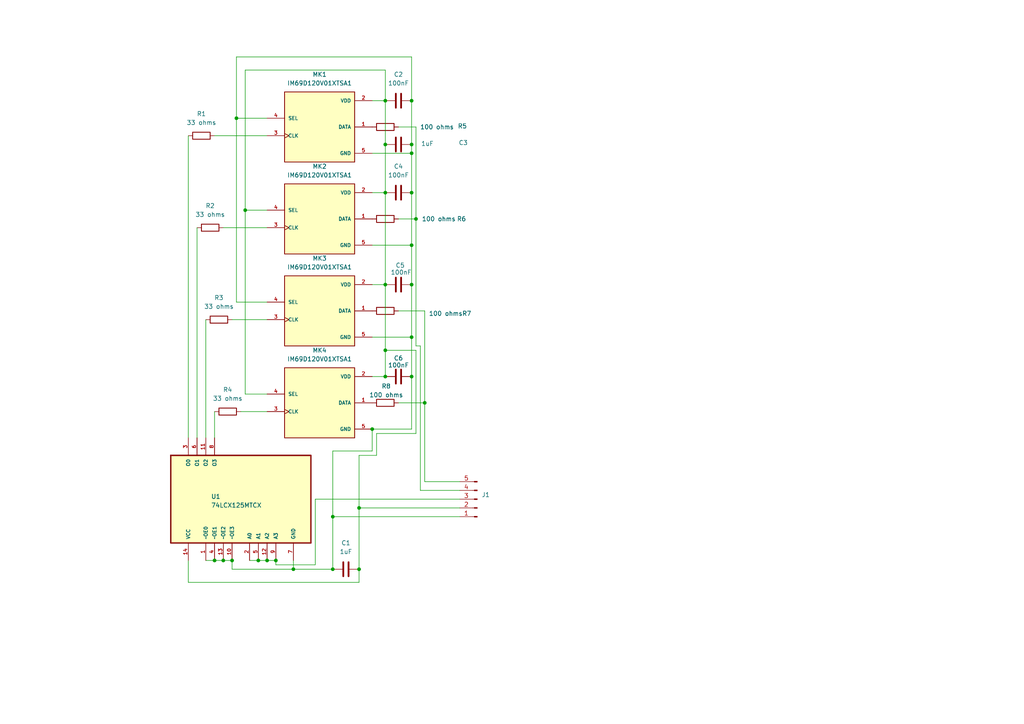
<source format=kicad_sch>
(kicad_sch (version 20231120) (generator "eeschema") (generator_version "8.0")
  (paper "A4")
  (lib_symbols
    (symbol "74LCX125MTCX:74LCX125MTCX" (pin_names (offset 1.016))
      (property "Reference" "U" (at -5.5915 20.4596 0))
      (property "Value" "74LCX125MTCX" (at -4.8007 -27.1786 0))
      (symbol "74LCX125MTCX_0_0"
        (rectangle (start -12.7 -22.86) (end 12.7 17.78) (stroke (width 0.4064)) (fill (type background)))
        (pin input line (at -17.78 7.62 0) (length 5.08) (name "~OE0") (number "1"))
        (pin input line (at -17.78 0 0) (length 5.08) (name "~OE3") (number "10"))
        (pin output line (at 17.78 7.62 180) (length 5.08) (name "O2") (number "11"))
        (pin input line (at -17.78 -10.16 0) (length 5.08) (name "A2") (number "12"))
        (pin input line (at -17.78 2.54 0) (length 5.08) (name "~OE2") (number "13"))
        (pin power_in line (at -17.78 12.7 0) (length 5.08) (name "VCC") (number "14"))
        (pin input line (at -17.78 -5.08 0) (length 5.08) (name "A0") (number "2"))
        (pin output line (at 17.78 12.7 180) (length 5.08) (name "O0") (number "3"))
        (pin input line (at -17.78 5.08 0) (length 5.08) (name "~OE1") (number "4"))
        (pin input line (at -17.78 -7.62 0) (length 5.08) (name "A1") (number "5"))
        (pin output line (at 17.78 10.16 180) (length 5.08) (name "O1") (number "6"))
        (pin passive line (at -17.78 -17.78 0) (length 5.08) (name "GND") (number "7"))
        (pin output line (at 17.78 5.08 180) (length 5.08) (name "O3") (number "8"))
        (pin input line (at -17.78 -12.7 0) (length 5.08) (name "A3") (number "9"))
      )
    )
    (symbol "Connector:Conn_01x05_Pin" (pin_names (offset 1.016) hide)
      (property "Reference" "J" (at 0 7.62 0))
      (property "Value" "Conn_01x05_Pin" (at 0 -7.62 0))
      (symbol "Conn_01x05_Pin_1_1"
        (polyline (pts (xy 1.27 -5.08) (xy 0.8636 -5.08)) (stroke (width 0.1524)))
        (polyline (pts (xy 1.27 -2.54) (xy 0.8636 -2.54)) (stroke (width 0.1524)))
        (polyline (pts (xy 1.27 0) (xy 0.8636 0)) (stroke (width 0.1524)))
        (polyline (pts (xy 1.27 2.54) (xy 0.8636 2.54)) (stroke (width 0.1524)))
        (polyline (pts (xy 1.27 5.08) (xy 0.8636 5.08)) (stroke (width 0.1524)))
        (rectangle (start 0.8636 -4.953) (end 0 -5.207) (stroke (width 0.1524)) (fill (type outline)))
        (rectangle (start 0.8636 -2.413) (end 0 -2.667) (stroke (width 0.1524)) (fill (type outline)))
        (rectangle (start 0.8636 0.127) (end 0 -0.127) (stroke (width 0.1524)) (fill (type outline)))
        (rectangle (start 0.8636 2.667) (end 0 2.413) (stroke (width 0.1524)) (fill (type outline)))
        (rectangle (start 0.8636 5.207) (end 0 4.953) (stroke (width 0.1524)) (fill (type outline)))
        (pin passive line (at 5.08 5.08 180) (length 3.81) (name "Pin_1") (number "1"))
        (pin passive line (at 5.08 2.54 180) (length 3.81) (name "Pin_2") (number "2"))
        (pin passive line (at 5.08 0 180) (length 3.81) (name "Pin_3") (number "3"))
        (pin passive line (at 5.08 -2.54 180) (length 3.81) (name "Pin_4") (number "4"))
        (pin passive line (at 5.08 -5.08 180) (length 3.81) (name "Pin_5") (number "5"))
      )
    )
    (symbol "Device:C" (pin_numbers hide) (pin_names (offset 0.254))
      (property "Reference" "C" (at 0.635 2.54 0))
      (property "Value" "C" (at 0.635 -2.54 0))
      (symbol "C_0_1"
        (polyline (pts (xy -2.032 -0.762) (xy 2.032 -0.762)) (stroke (width 0.508)))
        (polyline (pts (xy -2.032 0.762) (xy 2.032 0.762)) (stroke (width 0.508)))
      )
      (symbol "C_1_1"
        (pin passive line (at 0 3.81 270) (length 2.794) (name "~") (number "1"))
        (pin passive line (at 0 -3.81 90) (length 2.794) (name "~") (number "2"))
      )
    )
    (symbol "Device:R" (pin_numbers hide) (pin_names (offset 0))
      (property "Reference" "R" (at 2.032 0 90))
      (property "Value" "R" (at 0 0 90))
      (symbol "R_0_1"
        (rectangle (start -1.016 -2.54) (end 1.016 2.54) (stroke (width 0.254)))
      )
      (symbol "R_1_1"
        (pin passive line (at 0 3.81 270) (length 1.27) (name "~") (number "1"))
        (pin passive line (at 0 -3.81 90) (length 1.27) (name "~") (number "2"))
      )
    )
    (symbol "IM69D120V01XTSA1:IM69D120V01XTSA1" (pin_names (offset 1.016))
      (property "Reference" "MK" (at -10.16 10.795 0))
      (property "Value" "IM69D120V01XTSA1" (at -10.16 -12.7 0))
      (symbol "IM69D120V01XTSA1_0_0"
        (rectangle (start -10.16 -10.16) (end 10.16 10.16) (stroke (width 0.254)) (fill (type background)))
        (pin output line (at 15.24 0 180) (length 5.08) (name "DATA") (number "1"))
        (pin power_in line (at 15.24 7.62 180) (length 5.08) (name "VDD") (number "2"))
        (pin input clock (at -15.24 -2.54 0) (length 5.08) (name "CLK") (number "3"))
        (pin input line (at -15.24 2.54 0) (length 5.08) (name "SEL") (number "4"))
        (pin power_in line (at 15.24 -7.62 180) (length 5.08) (name "GND") (number "5"))
      )
    )
  )
  (junction (at 68.58 34.29))
  (junction (at 119.38 41.91))
  (junction (at 85.09 165.1))
  (junction (at 67.31 162.56))
  (junction (at 111.76 109.22))
  (junction (at 74.93 162.56))
  (junction (at 119.38 44.45))
  (junction (at 104.14 165.1))
  (junction (at 96.52 149.86))
  (junction (at 107.95 124.46))
  (junction (at 119.38 109.22))
  (junction (at 123.19 116.84))
  (junction (at 62.23 162.56))
  (junction (at 111.76 101.6))
  (junction (at 96.52 165.1))
  (junction (at 120.65 63.5))
  (junction (at 77.47 162.56))
  (junction (at 111.76 82.55))
  (junction (at 119.38 71.12))
  (junction (at 119.38 82.55))
  (junction (at 111.76 41.91))
  (junction (at 119.38 97.79))
  (junction (at 71.12 60.96))
  (junction (at 119.38 29.21))
  (junction (at 80.01 162.56))
  (junction (at 64.77 162.56))
  (junction (at 111.76 29.21))
  (junction (at 104.14 147.32))
  (junction (at 119.38 55.88))
  (junction (at 111.76 55.88))
  (wire (pts (xy 104.14 147.32) (xy 104.14 165.1)))
  (wire (pts (xy 111.76 101.6) (xy 111.76 109.22)))
  (wire (pts (xy 111.76 41.91) (xy 111.76 55.88)))
  (wire (pts (xy 96.52 130.81) (xy 107.95 130.81)))
  (wire (pts (xy 123.19 139.7) (xy 133.35 139.7)))
  (wire (pts (xy 104.14 165.1) (xy 104.14 168.91)))
  (wire (pts (xy 119.38 109.22) (xy 119.38 124.46)))
  (wire (pts (xy 123.19 90.17) (xy 115.57 90.17)))
  (wire (pts (xy 54.61 127) (xy 54.61 39.37)))
  (wire (pts (xy 109.22 125.73) (xy 109.22 132.08)))
  (wire (pts (xy 69.85 119.38) (xy 77.47 119.38)))
  (wire (pts (xy 64.77 66.04) (xy 77.47 66.04)))
  (wire (pts (xy 104.14 147.32) (xy 133.35 147.32)))
  (wire (pts (xy 62.23 39.37) (xy 77.47 39.37)))
  (wire (pts (xy 133.35 144.78) (xy 91.44 144.78)))
  (wire (pts (xy 68.58 16.51) (xy 119.38 16.51)))
  (wire (pts (xy 96.52 165.1) (xy 85.09 165.1)))
  (wire (pts (xy 111.76 20.32) (xy 111.76 29.21)))
  (wire (pts (xy 71.12 114.3) (xy 77.47 114.3)))
  (wire (pts (xy 59.69 127) (xy 59.69 92.71)))
  (wire (pts (xy 120.65 36.83) (xy 115.57 36.83)))
  (wire (pts (xy 119.38 29.21) (xy 119.38 41.91)))
  (wire (pts (xy 67.31 165.1) (xy 67.31 162.56)))
  (wire (pts (xy 120.65 100.33) (xy 121.92 100.33)))
  (wire (pts (xy 119.38 16.51) (xy 119.38 29.21)))
  (wire (pts (xy 111.76 29.21) (xy 111.76 41.91)))
  (wire (pts (xy 107.95 97.79) (xy 119.38 97.79)))
  (wire (pts (xy 119.38 97.79) (xy 119.38 109.22)))
  (wire (pts (xy 107.95 44.45) (xy 119.38 44.45)))
  (wire (pts (xy 72.39 162.56) (xy 74.93 162.56)))
  (wire (pts (xy 107.95 55.88) (xy 111.76 55.88)))
  (wire (pts (xy 77.47 162.56) (xy 80.01 162.56)))
  (wire (pts (xy 133.35 149.86) (xy 96.52 149.86)))
  (wire (pts (xy 77.47 60.96) (xy 71.12 60.96)))
  (wire (pts (xy 120.65 36.83) (xy 120.65 63.5)))
  (wire (pts (xy 111.76 101.6) (xy 120.65 101.6)))
  (wire (pts (xy 71.12 60.96) (xy 71.12 20.32)))
  (wire (pts (xy 123.19 90.17) (xy 123.19 116.84)))
  (wire (pts (xy 71.12 20.32) (xy 111.76 20.32)))
  (wire (pts (xy 62.23 119.38) (xy 62.23 127)))
  (wire (pts (xy 120.65 63.5) (xy 115.57 63.5)))
  (wire (pts (xy 91.44 163.83) (xy 80.01 163.83)))
  (wire (pts (xy 68.58 87.63) (xy 77.47 87.63)))
  (wire (pts (xy 104.14 168.91) (xy 54.61 168.91)))
  (wire (pts (xy 64.77 162.56) (xy 67.31 162.56)))
  (wire (pts (xy 120.65 101.6) (xy 120.65 125.73)))
  (wire (pts (xy 85.09 162.56) (xy 85.09 165.1)))
  (wire (pts (xy 119.38 71.12) (xy 119.38 82.55)))
  (wire (pts (xy 80.01 163.83) (xy 80.01 162.56)))
  (wire (pts (xy 120.65 63.5) (xy 120.65 100.33)))
  (wire (pts (xy 104.14 132.08) (xy 104.14 147.32)))
  (wire (pts (xy 123.19 116.84) (xy 123.19 139.7)))
  (wire (pts (xy 59.69 162.56) (xy 62.23 162.56)))
  (wire (pts (xy 111.76 55.88) (xy 111.76 82.55)))
  (wire (pts (xy 77.47 34.29) (xy 68.58 34.29)))
  (wire (pts (xy 85.09 165.1) (xy 67.31 165.1)))
  (wire (pts (xy 121.92 142.24) (xy 133.35 142.24)))
  (wire (pts (xy 111.76 82.55) (xy 111.76 101.6)))
  (wire (pts (xy 104.14 132.08) (xy 109.22 132.08)))
  (wire (pts (xy 54.61 168.91) (xy 54.61 162.56)))
  (wire (pts (xy 62.23 162.56) (xy 64.77 162.56)))
  (wire (pts (xy 119.38 124.46) (xy 107.95 124.46)))
  (wire (pts (xy 68.58 34.29) (xy 68.58 87.63)))
  (wire (pts (xy 107.95 71.12) (xy 119.38 71.12)))
  (wire (pts (xy 96.52 149.86) (xy 96.52 165.1)))
  (wire (pts (xy 119.38 82.55) (xy 119.38 97.79)))
  (wire (pts (xy 119.38 41.91) (xy 119.38 44.45)))
  (wire (pts (xy 96.52 130.81) (xy 96.52 149.86)))
  (wire (pts (xy 74.93 162.56) (xy 77.47 162.56)))
  (wire (pts (xy 121.92 100.33) (xy 121.92 142.24)))
  (wire (pts (xy 107.95 109.22) (xy 111.76 109.22)))
  (wire (pts (xy 107.95 130.81) (xy 107.95 124.46)))
  (wire (pts (xy 57.15 127) (xy 57.15 66.04)))
  (wire (pts (xy 107.95 29.21) (xy 111.76 29.21)))
  (wire (pts (xy 115.57 116.84) (xy 123.19 116.84)))
  (wire (pts (xy 119.38 44.45) (xy 119.38 55.88)))
  (wire (pts (xy 91.44 144.78) (xy 91.44 163.83)))
  (wire (pts (xy 107.95 82.55) (xy 111.76 82.55)))
  (wire (pts (xy 120.65 125.73) (xy 109.22 125.73)))
  (wire (pts (xy 119.38 55.88) (xy 119.38 71.12)))
  (wire (pts (xy 71.12 60.96) (xy 71.12 114.3)))
  (wire (pts (xy 68.58 16.51) (xy 68.58 34.29)))
  (wire (pts (xy 67.31 92.71) (xy 77.47 92.71)))
  (symbol (lib_id "Device:R") (at 111.76 63.5 90) (unit 1)
    (property "Reference" "R6" (at 133.858 63.5 90))
    (property "Value" "100 ohms" (at 127.254 63.5 90))
    (property "Footprint" "Resistor_SMD:R_0603_1608Metric" (effects (hide yes)))
  )
  (symbol (lib_id "Device:C") (at 115.57 109.22 90) (unit 1)
    (property "Reference" "C6" (at 115.57 103.886 90))
    (property "Value" "100nF" (at 115.57 105.918 90))
    (property "Footprint" "Capacitor_SMD:C_0402_1005Metric" (effects (hide yes)))
  )
  (symbol (lib_id "Device:C") (at 115.57 82.55 90) (unit 1)
    (property "Reference" "C5" (at 116.078 76.962 90))
    (property "Value" "100nF" (at 116.332 78.994 90))
    (property "Footprint" "Capacitor_SMD:C_0402_1005Metric" (effects (hide yes)))
  )
  (symbol (lib_id "Device:C") (at 115.57 55.88 90) (unit 1)
    (property "Reference" "C4" (at 115.57 48.26 90))
    (property "Value" "100nF" (at 115.57 50.8 90))
    (property "Footprint" "Capacitor_SMD:C_0402_1005Metric" (effects (hide yes)))
  )
  (symbol (lib_id "Device:R") (at 63.5 92.71 90) (unit 1)
    (property "Reference" "R3" (at 63.5 86.36 90))
    (property "Value" "33 ohms" (at 63.5 88.9 90))
    (property "Footprint" "Resistor_SMD:R_0603_1608Metric" (effects (hide yes)))
  )
  (symbol (lib_id "74LCX125MTCX:74LCX125MTCX") (at 67.31 144.78 90) (unit 1)
    (property "Reference" "U1" (at 61.214 144.018 90) (effects (justify right)))
    (property "Value" "74LCX125MTCX" (at 61.214 146.558 90) (effects (justify right)))
    (property "Footprint" "74LCX125MTCX:SOP65P640X120-14N" (effects (hide yes)))
    (property "MPN" "74LCX125MTCX" (effects (hide yes)))
    (property "OC_FARNELL" "1467296" (effects (hide yes)))
    (property "OC_NEWARK" "38C7835" (effects (hide yes)))
    (property "SUPPLIER" "FAIRCHILD" (effects (hide yes)))
    (property "PACKAGE" "TSSOP-14" (effects (hide yes)))
  )
  (symbol (lib_id "Device:C") (at 115.57 29.21 90) (unit 1)
    (property "Reference" "C2" (at 115.57 21.59 90))
    (property "Value" "100nF" (at 115.57 24.13 90))
    (property "Footprint" "Capacitor_SMD:C_0402_1005Metric" (effects (hide yes)))
  )
  (symbol (lib_id "Device:R") (at 111.76 116.84 90) (unit 1)
    (property "Reference" "R8" (at 112.014 112.014 90))
    (property "Value" "100 ohms" (at 112.014 114.554 90))
    (property "Footprint" "Resistor_SMD:R_0603_1608Metric" (effects (hide yes)))
  )
  (symbol (lib_id "IM69D120V01XTSA1:IM69D120V01XTSA1") (at 92.71 90.17 0) (unit 1)
    (property "Reference" "MK3" (at 92.71 74.93 0))
    (property "Value" "IM69D120V01XTSA1" (at 92.71 77.47 0))
    (property "Footprint" "IM69D120V01XTSA1:XDCR_IM69D120V01XTSA1" (effects (hide yes)))
    (property "PARTREV" "1.0" (effects (hide yes)))
    (property "STANDARD" "Manufacturer Recommendations" (effects (hide yes)))
    (property "MANUFACTURER" "Infineon" (effects (hide yes)))
  )
  (symbol (lib_id "Device:R") (at 66.04 119.38 90) (unit 1)
    (property "Reference" "R4" (at 66.04 113.03 90))
    (property "Value" "33 ohms" (at 66.04 115.57 90))
    (property "Footprint" "Resistor_SMD:R_0603_1608Metric" (effects (hide yes)))
  )
  (symbol (lib_id "Device:R") (at 58.42 39.37 90) (unit 1)
    (property "Reference" "R1" (at 58.42 33.02 90))
    (property "Value" "33 ohms" (at 58.42 35.56 90))
    (property "Footprint" "Resistor_SMD:R_0603_1608Metric" (effects (hide yes)))
  )
  (symbol (lib_id "Device:C") (at 115.57 41.91 90) (unit 1)
    (property "Reference" "C3" (at 134.366 41.402 90))
    (property "Value" "1uF" (at 123.952 41.656 90))
    (property "Footprint" "Resistor_SMD:R_0603_1608Metric" (effects (hide yes)))
  )
  (symbol (lib_id "IM69D120V01XTSA1:IM69D120V01XTSA1") (at 92.71 63.5 0) (unit 1)
    (property "Reference" "MK2" (at 92.71 48.26 0))
    (property "Value" "IM69D120V01XTSA1" (at 92.71 50.8 0))
    (property "Footprint" "IM69D120V01XTSA1:XDCR_IM69D120V01XTSA1" (effects (hide yes)))
    (property "PARTREV" "1.0" (effects (hide yes)))
    (property "STANDARD" "Manufacturer Recommendations" (effects (hide yes)))
    (property "MANUFACTURER" "Infineon" (effects (hide yes)))
  )
  (symbol (lib_id "Device:R") (at 111.76 36.83 90) (unit 1)
    (property "Reference" "R5" (at 134.112 36.576 90))
    (property "Value" "100 ohms" (at 126.746 36.83 90))
    (property "Footprint" "Resistor_SMD:R_0603_1608Metric" (effects (hide yes)))
  )
  (symbol (lib_id "Device:R") (at 111.76 90.17 90) (unit 1)
    (property "Reference" "R7" (at 135.382 90.932 90))
    (property "Value" "100 ohms" (at 129.286 90.932 90))
    (property "Footprint" "Resistor_SMD:R_0603_1608Metric" (effects (hide yes)))
  )
  (symbol (lib_id "IM69D120V01XTSA1:IM69D120V01XTSA1") (at 92.71 116.84 0) (unit 1)
    (property "Reference" "MK4" (at 92.71 101.6 0))
    (property "Value" "IM69D120V01XTSA1" (at 92.71 104.14 0))
    (property "Footprint" "IM69D120V01XTSA1:XDCR_IM69D120V01XTSA1" (effects (hide yes)))
    (property "PARTREV" "1.0" (effects (hide yes)))
    (property "STANDARD" "Manufacturer Recommendations" (effects (hide yes)))
    (property "MANUFACTURER" "Infineon" (effects (hide yes)))
  )
  (symbol (lib_id "Device:R") (at 60.96 66.04 90) (unit 1)
    (property "Reference" "R2" (at 60.96 59.69 90))
    (property "Value" "33 ohms" (at 60.96 62.23 90))
    (property "Footprint" "Resistor_SMD:R_0603_1608Metric" (effects (hide yes)))
  )
  (symbol (lib_id "Connector:Conn_01x05_Pin") (at 138.43 144.78 180) (unit 1)
    (property "Reference" "J1" (at 139.7 143.5099 0) (effects (justify right)))
    (property "Value" "Conn_01x05_Pin" (effects (hide yes)))
    (property "Footprint" "Connector_JST:JST_XH_B5B-XH-A_1x05_P2.50mm_Vertical" (effects (hide yes)))
    (property "Description" "Generic connector, single row, 01x05, script generated" (effects (hide yes)))
  )
  (symbol (lib_id "IM69D120V01XTSA1:IM69D120V01XTSA1") (at 92.71 36.83 0) (unit 1)
    (property "Reference" "MK1" (at 92.71 21.59 0))
    (property "Value" "IM69D120V01XTSA1" (at 92.71 24.13 0))
    (property "Footprint" "IM69D120V01XTSA1:XDCR_IM69D120V01XTSA1" (effects (hide yes)))
    (property "PARTREV" "1.0" (effects (hide yes)))
    (property "STANDARD" "Manufacturer Recommendations" (effects (hide yes)))
    (property "MANUFACTURER" "Infineon" (effects (hide yes)))
  )
  (symbol (lib_id "Device:C") (at 100.33 165.1 90) (unit 1)
    (property "Reference" "C1" (at 100.33 157.48 90))
    (property "Value" "1uF" (at 100.33 160.02 90))
    (property "Footprint" "Resistor_SMD:R_0603_1608Metric" (effects (hide yes)))
  )
)
</source>
